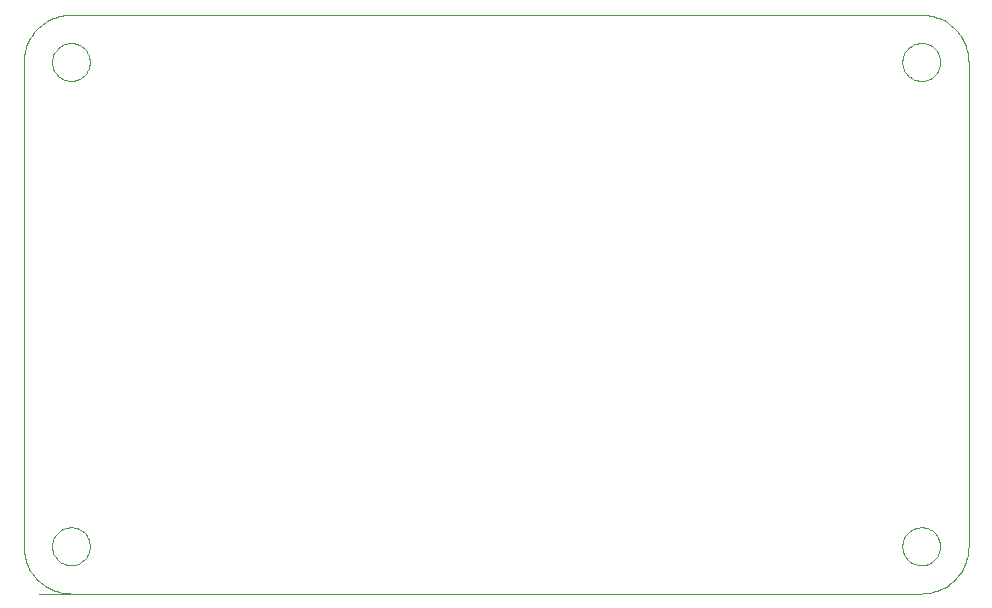
<source format=gm1>
G75*
G70*
%OFA0B0*%
%FSLAX24Y24*%
%IPPOS*%
%LPD*%
%AMOC8*
5,1,8,0,0,1.08239X$1,22.5*
%
%ADD10C,0.0000*%
D10*
X020305Y019017D02*
X048336Y019017D01*
X049726Y019017D02*
X021380Y019017D01*
X020750Y020592D02*
X020752Y020642D01*
X020758Y020692D01*
X020768Y020741D01*
X020782Y020789D01*
X020799Y020836D01*
X020820Y020881D01*
X020845Y020925D01*
X020873Y020966D01*
X020905Y021005D01*
X020939Y021042D01*
X020976Y021076D01*
X021016Y021106D01*
X021058Y021133D01*
X021102Y021157D01*
X021148Y021178D01*
X021195Y021194D01*
X021243Y021207D01*
X021293Y021216D01*
X021342Y021221D01*
X021393Y021222D01*
X021443Y021219D01*
X021492Y021212D01*
X021541Y021201D01*
X021589Y021186D01*
X021635Y021168D01*
X021680Y021146D01*
X021723Y021120D01*
X021764Y021091D01*
X021803Y021059D01*
X021839Y021024D01*
X021871Y020986D01*
X021901Y020946D01*
X021928Y020903D01*
X021951Y020859D01*
X021970Y020813D01*
X021986Y020765D01*
X021998Y020716D01*
X022006Y020667D01*
X022010Y020617D01*
X022010Y020567D01*
X022006Y020517D01*
X021998Y020468D01*
X021986Y020419D01*
X021970Y020371D01*
X021951Y020325D01*
X021928Y020281D01*
X021901Y020238D01*
X021871Y020198D01*
X021839Y020160D01*
X021803Y020125D01*
X021764Y020093D01*
X021723Y020064D01*
X021680Y020038D01*
X021635Y020016D01*
X021589Y019998D01*
X021541Y019983D01*
X021492Y019972D01*
X021443Y019965D01*
X021393Y019962D01*
X021342Y019963D01*
X021293Y019968D01*
X021243Y019977D01*
X021195Y019990D01*
X021148Y020006D01*
X021102Y020027D01*
X021058Y020051D01*
X021016Y020078D01*
X020976Y020108D01*
X020939Y020142D01*
X020905Y020179D01*
X020873Y020218D01*
X020845Y020259D01*
X020820Y020303D01*
X020799Y020348D01*
X020782Y020395D01*
X020768Y020443D01*
X020758Y020492D01*
X020752Y020542D01*
X020750Y020592D01*
X019805Y020592D02*
X019807Y020515D01*
X019813Y020438D01*
X019822Y020361D01*
X019835Y020285D01*
X019852Y020209D01*
X019873Y020135D01*
X019897Y020061D01*
X019925Y019989D01*
X019956Y019919D01*
X019991Y019850D01*
X020029Y019782D01*
X020070Y019717D01*
X020115Y019654D01*
X020163Y019593D01*
X020213Y019534D01*
X020266Y019478D01*
X020322Y019425D01*
X020381Y019375D01*
X020442Y019327D01*
X020505Y019282D01*
X020570Y019241D01*
X020638Y019203D01*
X020707Y019168D01*
X020777Y019137D01*
X020849Y019109D01*
X020923Y019085D01*
X020997Y019064D01*
X021073Y019047D01*
X021149Y019034D01*
X021226Y019025D01*
X021303Y019019D01*
X021380Y019017D01*
X019805Y020592D02*
X019805Y036734D01*
X020750Y036734D02*
X020752Y036784D01*
X020758Y036834D01*
X020768Y036883D01*
X020782Y036931D01*
X020799Y036978D01*
X020820Y037023D01*
X020845Y037067D01*
X020873Y037108D01*
X020905Y037147D01*
X020939Y037184D01*
X020976Y037218D01*
X021016Y037248D01*
X021058Y037275D01*
X021102Y037299D01*
X021148Y037320D01*
X021195Y037336D01*
X021243Y037349D01*
X021293Y037358D01*
X021342Y037363D01*
X021393Y037364D01*
X021443Y037361D01*
X021492Y037354D01*
X021541Y037343D01*
X021589Y037328D01*
X021635Y037310D01*
X021680Y037288D01*
X021723Y037262D01*
X021764Y037233D01*
X021803Y037201D01*
X021839Y037166D01*
X021871Y037128D01*
X021901Y037088D01*
X021928Y037045D01*
X021951Y037001D01*
X021970Y036955D01*
X021986Y036907D01*
X021998Y036858D01*
X022006Y036809D01*
X022010Y036759D01*
X022010Y036709D01*
X022006Y036659D01*
X021998Y036610D01*
X021986Y036561D01*
X021970Y036513D01*
X021951Y036467D01*
X021928Y036423D01*
X021901Y036380D01*
X021871Y036340D01*
X021839Y036302D01*
X021803Y036267D01*
X021764Y036235D01*
X021723Y036206D01*
X021680Y036180D01*
X021635Y036158D01*
X021589Y036140D01*
X021541Y036125D01*
X021492Y036114D01*
X021443Y036107D01*
X021393Y036104D01*
X021342Y036105D01*
X021293Y036110D01*
X021243Y036119D01*
X021195Y036132D01*
X021148Y036148D01*
X021102Y036169D01*
X021058Y036193D01*
X021016Y036220D01*
X020976Y036250D01*
X020939Y036284D01*
X020905Y036321D01*
X020873Y036360D01*
X020845Y036401D01*
X020820Y036445D01*
X020799Y036490D01*
X020782Y036537D01*
X020768Y036585D01*
X020758Y036634D01*
X020752Y036684D01*
X020750Y036734D01*
X019805Y036734D02*
X019807Y036811D01*
X019813Y036888D01*
X019822Y036965D01*
X019835Y037041D01*
X019852Y037117D01*
X019873Y037191D01*
X019897Y037265D01*
X019925Y037337D01*
X019956Y037407D01*
X019991Y037476D01*
X020029Y037544D01*
X020070Y037609D01*
X020115Y037672D01*
X020163Y037733D01*
X020213Y037792D01*
X020266Y037848D01*
X020322Y037901D01*
X020381Y037951D01*
X020442Y037999D01*
X020505Y038044D01*
X020570Y038085D01*
X020638Y038123D01*
X020707Y038158D01*
X020777Y038189D01*
X020849Y038217D01*
X020923Y038241D01*
X020997Y038262D01*
X021073Y038279D01*
X021149Y038292D01*
X021226Y038301D01*
X021303Y038307D01*
X021380Y038309D01*
X049726Y038309D01*
X049096Y036734D02*
X049098Y036784D01*
X049104Y036834D01*
X049114Y036883D01*
X049128Y036931D01*
X049145Y036978D01*
X049166Y037023D01*
X049191Y037067D01*
X049219Y037108D01*
X049251Y037147D01*
X049285Y037184D01*
X049322Y037218D01*
X049362Y037248D01*
X049404Y037275D01*
X049448Y037299D01*
X049494Y037320D01*
X049541Y037336D01*
X049589Y037349D01*
X049639Y037358D01*
X049688Y037363D01*
X049739Y037364D01*
X049789Y037361D01*
X049838Y037354D01*
X049887Y037343D01*
X049935Y037328D01*
X049981Y037310D01*
X050026Y037288D01*
X050069Y037262D01*
X050110Y037233D01*
X050149Y037201D01*
X050185Y037166D01*
X050217Y037128D01*
X050247Y037088D01*
X050274Y037045D01*
X050297Y037001D01*
X050316Y036955D01*
X050332Y036907D01*
X050344Y036858D01*
X050352Y036809D01*
X050356Y036759D01*
X050356Y036709D01*
X050352Y036659D01*
X050344Y036610D01*
X050332Y036561D01*
X050316Y036513D01*
X050297Y036467D01*
X050274Y036423D01*
X050247Y036380D01*
X050217Y036340D01*
X050185Y036302D01*
X050149Y036267D01*
X050110Y036235D01*
X050069Y036206D01*
X050026Y036180D01*
X049981Y036158D01*
X049935Y036140D01*
X049887Y036125D01*
X049838Y036114D01*
X049789Y036107D01*
X049739Y036104D01*
X049688Y036105D01*
X049639Y036110D01*
X049589Y036119D01*
X049541Y036132D01*
X049494Y036148D01*
X049448Y036169D01*
X049404Y036193D01*
X049362Y036220D01*
X049322Y036250D01*
X049285Y036284D01*
X049251Y036321D01*
X049219Y036360D01*
X049191Y036401D01*
X049166Y036445D01*
X049145Y036490D01*
X049128Y036537D01*
X049114Y036585D01*
X049104Y036634D01*
X049098Y036684D01*
X049096Y036734D01*
X049726Y038309D02*
X049803Y038307D01*
X049880Y038301D01*
X049957Y038292D01*
X050033Y038279D01*
X050109Y038262D01*
X050183Y038241D01*
X050257Y038217D01*
X050329Y038189D01*
X050399Y038158D01*
X050468Y038123D01*
X050536Y038085D01*
X050601Y038044D01*
X050664Y037999D01*
X050725Y037951D01*
X050784Y037901D01*
X050840Y037848D01*
X050893Y037792D01*
X050943Y037733D01*
X050991Y037672D01*
X051036Y037609D01*
X051077Y037544D01*
X051115Y037476D01*
X051150Y037407D01*
X051181Y037337D01*
X051209Y037265D01*
X051233Y037191D01*
X051254Y037117D01*
X051271Y037041D01*
X051284Y036965D01*
X051293Y036888D01*
X051299Y036811D01*
X051301Y036734D01*
X051301Y020592D01*
X049096Y020592D02*
X049098Y020642D01*
X049104Y020692D01*
X049114Y020741D01*
X049128Y020789D01*
X049145Y020836D01*
X049166Y020881D01*
X049191Y020925D01*
X049219Y020966D01*
X049251Y021005D01*
X049285Y021042D01*
X049322Y021076D01*
X049362Y021106D01*
X049404Y021133D01*
X049448Y021157D01*
X049494Y021178D01*
X049541Y021194D01*
X049589Y021207D01*
X049639Y021216D01*
X049688Y021221D01*
X049739Y021222D01*
X049789Y021219D01*
X049838Y021212D01*
X049887Y021201D01*
X049935Y021186D01*
X049981Y021168D01*
X050026Y021146D01*
X050069Y021120D01*
X050110Y021091D01*
X050149Y021059D01*
X050185Y021024D01*
X050217Y020986D01*
X050247Y020946D01*
X050274Y020903D01*
X050297Y020859D01*
X050316Y020813D01*
X050332Y020765D01*
X050344Y020716D01*
X050352Y020667D01*
X050356Y020617D01*
X050356Y020567D01*
X050352Y020517D01*
X050344Y020468D01*
X050332Y020419D01*
X050316Y020371D01*
X050297Y020325D01*
X050274Y020281D01*
X050247Y020238D01*
X050217Y020198D01*
X050185Y020160D01*
X050149Y020125D01*
X050110Y020093D01*
X050069Y020064D01*
X050026Y020038D01*
X049981Y020016D01*
X049935Y019998D01*
X049887Y019983D01*
X049838Y019972D01*
X049789Y019965D01*
X049739Y019962D01*
X049688Y019963D01*
X049639Y019968D01*
X049589Y019977D01*
X049541Y019990D01*
X049494Y020006D01*
X049448Y020027D01*
X049404Y020051D01*
X049362Y020078D01*
X049322Y020108D01*
X049285Y020142D01*
X049251Y020179D01*
X049219Y020218D01*
X049191Y020259D01*
X049166Y020303D01*
X049145Y020348D01*
X049128Y020395D01*
X049114Y020443D01*
X049104Y020492D01*
X049098Y020542D01*
X049096Y020592D01*
X049726Y019017D02*
X049803Y019019D01*
X049880Y019025D01*
X049957Y019034D01*
X050033Y019047D01*
X050109Y019064D01*
X050183Y019085D01*
X050257Y019109D01*
X050329Y019137D01*
X050399Y019168D01*
X050468Y019203D01*
X050536Y019241D01*
X050601Y019282D01*
X050664Y019327D01*
X050725Y019375D01*
X050784Y019425D01*
X050840Y019478D01*
X050893Y019534D01*
X050943Y019593D01*
X050991Y019654D01*
X051036Y019717D01*
X051077Y019782D01*
X051115Y019850D01*
X051150Y019919D01*
X051181Y019989D01*
X051209Y020061D01*
X051233Y020135D01*
X051254Y020209D01*
X051271Y020285D01*
X051284Y020361D01*
X051293Y020438D01*
X051299Y020515D01*
X051301Y020592D01*
M02*

</source>
